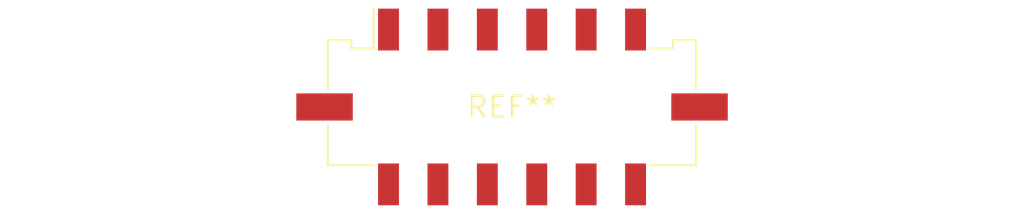
<source format=kicad_pcb>
(kicad_pcb (version 20240108) (generator pcbnew)
  (layers (0 "F.Cu" signal) (31 "B.Cu" signal) (34 "B.Paste" user) (35 "F.Paste" user) (36 "B.SilkS" user "B.Silkscreen") (37 "F.SilkS" user "F.Silkscreen") (38 "B.Mask" user) (39 "F.Mask" user) (44 "Edge.Cuts" user))
  (net 0 "")
  (footprint "Molex_Micro-Fit_3.0_43045-1218_2x06-1MP_P3.00mm_Vertical" (layer "F.Cu") (at 0 0)
    (property "Reference" "REF**")
    (property "Value" "Molex_Micro-Fit_3.0_43045-1218_2x06-1MP_P3.00mm_Vertical")
    (fp_line (start -11.185 -4.05) (end -9.765 -4.05) (layer "F.SilkS") (stroke (width 0.12)))
    (fp_line (start -11.185 -1.085) (end -11.185 -4.05) (layer "F.SilkS") (stroke (width 0.12)))
    (fp_line (start -11.185 1.085) (end -11.185 3.54) (layer "F.SilkS") (stroke (width 0.12)))
    (fp_line (start -11.185 3.54) (end -8.395 3.54) (layer "F.SilkS") (stroke (width 0.12)))
    (fp_line (start -9.765 -4.05) (end -9.765 -3.55) (layer "F.SilkS") (stroke (width 0.12)))
    (fp_line (start -9.765 -3.55) (end -8.395 -3.55) (layer "F.SilkS") (stroke (width 0.12)))
    (fp_line (start -8.395 -3.55) (end -8.395 -5.97) (layer "F.SilkS") (stroke (width 0.12)))
    (fp_line (start 9.765 -4.05) (end 9.765 -3.55) (layer "F.SilkS") (stroke (width 0.12)))
    (fp_line (start 9.765 -3.55) (end 8.395 -3.55) (layer "F.SilkS") (stroke (width 0.12)))
    (fp_line (start 11.185 -4.05) (end 9.765 -4.05) (layer "F.SilkS") (stroke (width 0.12)))
    (fp_line (start 11.185 -1.085) (end 11.185 -4.05) (layer "F.SilkS") (stroke (width 0.12)))
    (fp_line (start 11.185 1.085) (end 11.185 3.54) (layer "F.SilkS") (stroke (width 0.12)))
    (fp_line (start 11.185 3.54) (end 8.395 3.54) (layer "F.SilkS") (stroke (width 0.12)))
    (pad "1" smd rect (at -7.5 -4.7) (size 1.27 2.54) (layers "F.Cu" "F.Paste" "F.Mask"))
    (pad "2" smd rect (at -4.5 -4.7) (size 1.27 2.54) (layers "F.Cu" "F.Paste" "F.Mask"))
    (pad "3" smd rect (at -1.5 -4.7) (size 1.27 2.54) (layers "F.Cu" "F.Paste" "F.Mask"))
    (pad "4" smd rect (at 1.5 -4.7) (size 1.27 2.54) (layers "F.Cu" "F.Paste" "F.Mask"))
    (pad "5" smd rect (at 4.5 -4.7) (size 1.27 2.54) (layers "F.Cu" "F.Paste" "F.Mask"))
    (pad "6" smd rect (at 7.5 -4.7) (size 1.27 2.54) (layers "F.Cu" "F.Paste" "F.Mask"))
    (pad "7" smd rect (at -7.5 4.7) (size 1.27 2.54) (layers "F.Cu" "F.Paste" "F.Mask"))
    (pad "8" smd rect (at -4.5 4.7) (size 1.27 2.54) (layers "F.Cu" "F.Paste" "F.Mask"))
    (pad "9" smd rect (at -1.5 4.7) (size 1.27 2.54) (layers "F.Cu" "F.Paste" "F.Mask"))
    (pad "10" smd rect (at 1.5 4.7) (size 1.27 2.54) (layers "F.Cu" "F.Paste" "F.Mask"))
    (pad "11" smd rect (at 4.5 4.7) (size 1.27 2.54) (layers "F.Cu" "F.Paste" "F.Mask"))
    (pad "12" smd rect (at 7.5 4.7) (size 1.27 2.54) (layers "F.Cu" "F.Paste" "F.Mask"))
    (pad "MP" smd rect (at -11.385 0) (size 3.43 1.65) (layers "F.Cu" "F.Paste" "F.Mask"))
    (pad "MP" smd rect (at 11.385 0) (size 3.43 1.65) (layers "F.Cu" "F.Paste" "F.Mask"))
  )
)
</source>
